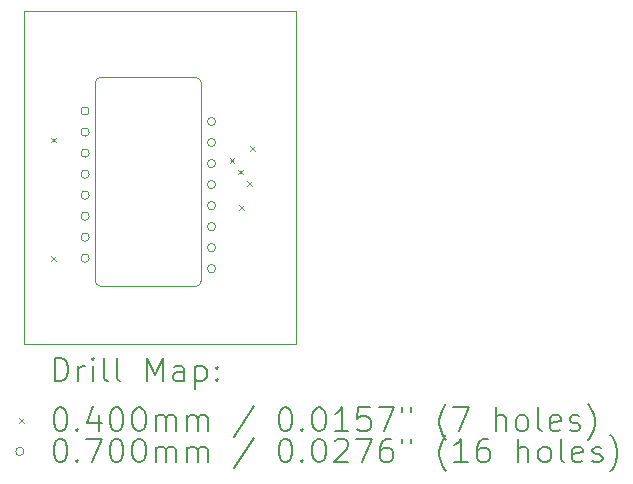
<source format=gbr>
%TF.GenerationSoftware,KiCad,Pcbnew,8.0.7*%
%TF.CreationDate,2024-12-23T19:18:15-08:00*%
%TF.ProjectId,PMW3360,504d5733-3336-4302-9e6b-696361645f70,rev?*%
%TF.SameCoordinates,Original*%
%TF.FileFunction,Drillmap*%
%TF.FilePolarity,Positive*%
%FSLAX45Y45*%
G04 Gerber Fmt 4.5, Leading zero omitted, Abs format (unit mm)*
G04 Created by KiCad (PCBNEW 8.0.7) date 2024-12-23 19:18:15*
%MOMM*%
%LPD*%
G01*
G04 APERTURE LIST*
%ADD10C,0.050000*%
%ADD11C,0.200000*%
%ADD12C,0.100000*%
G04 APERTURE END LIST*
D10*
X15350000Y-9790000D02*
X15350000Y-11460000D01*
X15300000Y-11510000D02*
X14500000Y-11510000D01*
X14500000Y-11510000D02*
G75*
G02*
X14450000Y-11460000I0J50000D01*
G01*
X14500000Y-9740000D02*
X15300000Y-9740000D01*
X14450000Y-11460000D02*
X14450000Y-9790000D01*
X15300000Y-9740000D02*
G75*
G02*
X15350000Y-9790000I0J-50000D01*
G01*
X15350000Y-11460000D02*
G75*
G02*
X15300000Y-11510000I-50000J0D01*
G01*
X14450000Y-9790000D02*
G75*
G02*
X14500000Y-9740000I50000J0D01*
G01*
X13850000Y-9181000D02*
X16150000Y-9181000D01*
X16150000Y-12001000D01*
X13850000Y-12001000D01*
X13850000Y-9181000D01*
D11*
D12*
X14080000Y-10251000D02*
X14120000Y-10291000D01*
X14120000Y-10251000D02*
X14080000Y-10291000D01*
X14080000Y-11251000D02*
X14120000Y-11291000D01*
X14120000Y-11251000D02*
X14080000Y-11291000D01*
X15590000Y-10421000D02*
X15630000Y-10461000D01*
X15630000Y-10421000D02*
X15590000Y-10461000D01*
X15660000Y-10521000D02*
X15700000Y-10561000D01*
X15700000Y-10521000D02*
X15660000Y-10561000D01*
X15670000Y-10821000D02*
X15710000Y-10861000D01*
X15710000Y-10821000D02*
X15670000Y-10861000D01*
X15740000Y-10621000D02*
X15780000Y-10661000D01*
X15780000Y-10621000D02*
X15740000Y-10661000D01*
X15760000Y-10321000D02*
X15800000Y-10361000D01*
X15800000Y-10321000D02*
X15760000Y-10361000D01*
X14400000Y-10025000D02*
G75*
G02*
X14330000Y-10025000I-35000J0D01*
G01*
X14330000Y-10025000D02*
G75*
G02*
X14400000Y-10025000I35000J0D01*
G01*
X14400000Y-10203000D02*
G75*
G02*
X14330000Y-10203000I-35000J0D01*
G01*
X14330000Y-10203000D02*
G75*
G02*
X14400000Y-10203000I35000J0D01*
G01*
X14400000Y-10381000D02*
G75*
G02*
X14330000Y-10381000I-35000J0D01*
G01*
X14330000Y-10381000D02*
G75*
G02*
X14400000Y-10381000I35000J0D01*
G01*
X14400000Y-10559000D02*
G75*
G02*
X14330000Y-10559000I-35000J0D01*
G01*
X14330000Y-10559000D02*
G75*
G02*
X14400000Y-10559000I35000J0D01*
G01*
X14400000Y-10737000D02*
G75*
G02*
X14330000Y-10737000I-35000J0D01*
G01*
X14330000Y-10737000D02*
G75*
G02*
X14400000Y-10737000I35000J0D01*
G01*
X14400000Y-10915000D02*
G75*
G02*
X14330000Y-10915000I-35000J0D01*
G01*
X14330000Y-10915000D02*
G75*
G02*
X14400000Y-10915000I35000J0D01*
G01*
X14400000Y-11093000D02*
G75*
G02*
X14330000Y-11093000I-35000J0D01*
G01*
X14330000Y-11093000D02*
G75*
G02*
X14400000Y-11093000I35000J0D01*
G01*
X14400000Y-11271000D02*
G75*
G02*
X14330000Y-11271000I-35000J0D01*
G01*
X14330000Y-11271000D02*
G75*
G02*
X14400000Y-11271000I35000J0D01*
G01*
X15470000Y-10114000D02*
G75*
G02*
X15400000Y-10114000I-35000J0D01*
G01*
X15400000Y-10114000D02*
G75*
G02*
X15470000Y-10114000I35000J0D01*
G01*
X15470000Y-10292000D02*
G75*
G02*
X15400000Y-10292000I-35000J0D01*
G01*
X15400000Y-10292000D02*
G75*
G02*
X15470000Y-10292000I35000J0D01*
G01*
X15470000Y-10470000D02*
G75*
G02*
X15400000Y-10470000I-35000J0D01*
G01*
X15400000Y-10470000D02*
G75*
G02*
X15470000Y-10470000I35000J0D01*
G01*
X15470000Y-10648000D02*
G75*
G02*
X15400000Y-10648000I-35000J0D01*
G01*
X15400000Y-10648000D02*
G75*
G02*
X15470000Y-10648000I35000J0D01*
G01*
X15470000Y-10826000D02*
G75*
G02*
X15400000Y-10826000I-35000J0D01*
G01*
X15400000Y-10826000D02*
G75*
G02*
X15470000Y-10826000I35000J0D01*
G01*
X15470000Y-11004000D02*
G75*
G02*
X15400000Y-11004000I-35000J0D01*
G01*
X15400000Y-11004000D02*
G75*
G02*
X15470000Y-11004000I35000J0D01*
G01*
X15470000Y-11182000D02*
G75*
G02*
X15400000Y-11182000I-35000J0D01*
G01*
X15400000Y-11182000D02*
G75*
G02*
X15470000Y-11182000I35000J0D01*
G01*
X15470000Y-11360000D02*
G75*
G02*
X15400000Y-11360000I-35000J0D01*
G01*
X15400000Y-11360000D02*
G75*
G02*
X15470000Y-11360000I35000J0D01*
G01*
D11*
X14108277Y-12314984D02*
X14108277Y-12114984D01*
X14108277Y-12114984D02*
X14155896Y-12114984D01*
X14155896Y-12114984D02*
X14184467Y-12124508D01*
X14184467Y-12124508D02*
X14203515Y-12143555D01*
X14203515Y-12143555D02*
X14213039Y-12162603D01*
X14213039Y-12162603D02*
X14222562Y-12200698D01*
X14222562Y-12200698D02*
X14222562Y-12229269D01*
X14222562Y-12229269D02*
X14213039Y-12267365D01*
X14213039Y-12267365D02*
X14203515Y-12286412D01*
X14203515Y-12286412D02*
X14184467Y-12305460D01*
X14184467Y-12305460D02*
X14155896Y-12314984D01*
X14155896Y-12314984D02*
X14108277Y-12314984D01*
X14308277Y-12314984D02*
X14308277Y-12181650D01*
X14308277Y-12219746D02*
X14317801Y-12200698D01*
X14317801Y-12200698D02*
X14327324Y-12191174D01*
X14327324Y-12191174D02*
X14346372Y-12181650D01*
X14346372Y-12181650D02*
X14365420Y-12181650D01*
X14432086Y-12314984D02*
X14432086Y-12181650D01*
X14432086Y-12114984D02*
X14422562Y-12124508D01*
X14422562Y-12124508D02*
X14432086Y-12134031D01*
X14432086Y-12134031D02*
X14441610Y-12124508D01*
X14441610Y-12124508D02*
X14432086Y-12114984D01*
X14432086Y-12114984D02*
X14432086Y-12134031D01*
X14555896Y-12314984D02*
X14536848Y-12305460D01*
X14536848Y-12305460D02*
X14527324Y-12286412D01*
X14527324Y-12286412D02*
X14527324Y-12114984D01*
X14660658Y-12314984D02*
X14641610Y-12305460D01*
X14641610Y-12305460D02*
X14632086Y-12286412D01*
X14632086Y-12286412D02*
X14632086Y-12114984D01*
X14889229Y-12314984D02*
X14889229Y-12114984D01*
X14889229Y-12114984D02*
X14955896Y-12257841D01*
X14955896Y-12257841D02*
X15022562Y-12114984D01*
X15022562Y-12114984D02*
X15022562Y-12314984D01*
X15203515Y-12314984D02*
X15203515Y-12210222D01*
X15203515Y-12210222D02*
X15193991Y-12191174D01*
X15193991Y-12191174D02*
X15174943Y-12181650D01*
X15174943Y-12181650D02*
X15136848Y-12181650D01*
X15136848Y-12181650D02*
X15117801Y-12191174D01*
X15203515Y-12305460D02*
X15184467Y-12314984D01*
X15184467Y-12314984D02*
X15136848Y-12314984D01*
X15136848Y-12314984D02*
X15117801Y-12305460D01*
X15117801Y-12305460D02*
X15108277Y-12286412D01*
X15108277Y-12286412D02*
X15108277Y-12267365D01*
X15108277Y-12267365D02*
X15117801Y-12248317D01*
X15117801Y-12248317D02*
X15136848Y-12238793D01*
X15136848Y-12238793D02*
X15184467Y-12238793D01*
X15184467Y-12238793D02*
X15203515Y-12229269D01*
X15298753Y-12181650D02*
X15298753Y-12381650D01*
X15298753Y-12191174D02*
X15317801Y-12181650D01*
X15317801Y-12181650D02*
X15355896Y-12181650D01*
X15355896Y-12181650D02*
X15374943Y-12191174D01*
X15374943Y-12191174D02*
X15384467Y-12200698D01*
X15384467Y-12200698D02*
X15393991Y-12219746D01*
X15393991Y-12219746D02*
X15393991Y-12276888D01*
X15393991Y-12276888D02*
X15384467Y-12295936D01*
X15384467Y-12295936D02*
X15374943Y-12305460D01*
X15374943Y-12305460D02*
X15355896Y-12314984D01*
X15355896Y-12314984D02*
X15317801Y-12314984D01*
X15317801Y-12314984D02*
X15298753Y-12305460D01*
X15479705Y-12295936D02*
X15489229Y-12305460D01*
X15489229Y-12305460D02*
X15479705Y-12314984D01*
X15479705Y-12314984D02*
X15470182Y-12305460D01*
X15470182Y-12305460D02*
X15479705Y-12295936D01*
X15479705Y-12295936D02*
X15479705Y-12314984D01*
X15479705Y-12191174D02*
X15489229Y-12200698D01*
X15489229Y-12200698D02*
X15479705Y-12210222D01*
X15479705Y-12210222D02*
X15470182Y-12200698D01*
X15470182Y-12200698D02*
X15479705Y-12191174D01*
X15479705Y-12191174D02*
X15479705Y-12210222D01*
D12*
X13807500Y-12623500D02*
X13847500Y-12663500D01*
X13847500Y-12623500D02*
X13807500Y-12663500D01*
D11*
X14146372Y-12534984D02*
X14165420Y-12534984D01*
X14165420Y-12534984D02*
X14184467Y-12544508D01*
X14184467Y-12544508D02*
X14193991Y-12554031D01*
X14193991Y-12554031D02*
X14203515Y-12573079D01*
X14203515Y-12573079D02*
X14213039Y-12611174D01*
X14213039Y-12611174D02*
X14213039Y-12658793D01*
X14213039Y-12658793D02*
X14203515Y-12696888D01*
X14203515Y-12696888D02*
X14193991Y-12715936D01*
X14193991Y-12715936D02*
X14184467Y-12725460D01*
X14184467Y-12725460D02*
X14165420Y-12734984D01*
X14165420Y-12734984D02*
X14146372Y-12734984D01*
X14146372Y-12734984D02*
X14127324Y-12725460D01*
X14127324Y-12725460D02*
X14117801Y-12715936D01*
X14117801Y-12715936D02*
X14108277Y-12696888D01*
X14108277Y-12696888D02*
X14098753Y-12658793D01*
X14098753Y-12658793D02*
X14098753Y-12611174D01*
X14098753Y-12611174D02*
X14108277Y-12573079D01*
X14108277Y-12573079D02*
X14117801Y-12554031D01*
X14117801Y-12554031D02*
X14127324Y-12544508D01*
X14127324Y-12544508D02*
X14146372Y-12534984D01*
X14298753Y-12715936D02*
X14308277Y-12725460D01*
X14308277Y-12725460D02*
X14298753Y-12734984D01*
X14298753Y-12734984D02*
X14289229Y-12725460D01*
X14289229Y-12725460D02*
X14298753Y-12715936D01*
X14298753Y-12715936D02*
X14298753Y-12734984D01*
X14479705Y-12601650D02*
X14479705Y-12734984D01*
X14432086Y-12525460D02*
X14384467Y-12668317D01*
X14384467Y-12668317D02*
X14508277Y-12668317D01*
X14622562Y-12534984D02*
X14641610Y-12534984D01*
X14641610Y-12534984D02*
X14660658Y-12544508D01*
X14660658Y-12544508D02*
X14670182Y-12554031D01*
X14670182Y-12554031D02*
X14679705Y-12573079D01*
X14679705Y-12573079D02*
X14689229Y-12611174D01*
X14689229Y-12611174D02*
X14689229Y-12658793D01*
X14689229Y-12658793D02*
X14679705Y-12696888D01*
X14679705Y-12696888D02*
X14670182Y-12715936D01*
X14670182Y-12715936D02*
X14660658Y-12725460D01*
X14660658Y-12725460D02*
X14641610Y-12734984D01*
X14641610Y-12734984D02*
X14622562Y-12734984D01*
X14622562Y-12734984D02*
X14603515Y-12725460D01*
X14603515Y-12725460D02*
X14593991Y-12715936D01*
X14593991Y-12715936D02*
X14584467Y-12696888D01*
X14584467Y-12696888D02*
X14574943Y-12658793D01*
X14574943Y-12658793D02*
X14574943Y-12611174D01*
X14574943Y-12611174D02*
X14584467Y-12573079D01*
X14584467Y-12573079D02*
X14593991Y-12554031D01*
X14593991Y-12554031D02*
X14603515Y-12544508D01*
X14603515Y-12544508D02*
X14622562Y-12534984D01*
X14813039Y-12534984D02*
X14832086Y-12534984D01*
X14832086Y-12534984D02*
X14851134Y-12544508D01*
X14851134Y-12544508D02*
X14860658Y-12554031D01*
X14860658Y-12554031D02*
X14870182Y-12573079D01*
X14870182Y-12573079D02*
X14879705Y-12611174D01*
X14879705Y-12611174D02*
X14879705Y-12658793D01*
X14879705Y-12658793D02*
X14870182Y-12696888D01*
X14870182Y-12696888D02*
X14860658Y-12715936D01*
X14860658Y-12715936D02*
X14851134Y-12725460D01*
X14851134Y-12725460D02*
X14832086Y-12734984D01*
X14832086Y-12734984D02*
X14813039Y-12734984D01*
X14813039Y-12734984D02*
X14793991Y-12725460D01*
X14793991Y-12725460D02*
X14784467Y-12715936D01*
X14784467Y-12715936D02*
X14774943Y-12696888D01*
X14774943Y-12696888D02*
X14765420Y-12658793D01*
X14765420Y-12658793D02*
X14765420Y-12611174D01*
X14765420Y-12611174D02*
X14774943Y-12573079D01*
X14774943Y-12573079D02*
X14784467Y-12554031D01*
X14784467Y-12554031D02*
X14793991Y-12544508D01*
X14793991Y-12544508D02*
X14813039Y-12534984D01*
X14965420Y-12734984D02*
X14965420Y-12601650D01*
X14965420Y-12620698D02*
X14974943Y-12611174D01*
X14974943Y-12611174D02*
X14993991Y-12601650D01*
X14993991Y-12601650D02*
X15022563Y-12601650D01*
X15022563Y-12601650D02*
X15041610Y-12611174D01*
X15041610Y-12611174D02*
X15051134Y-12630222D01*
X15051134Y-12630222D02*
X15051134Y-12734984D01*
X15051134Y-12630222D02*
X15060658Y-12611174D01*
X15060658Y-12611174D02*
X15079705Y-12601650D01*
X15079705Y-12601650D02*
X15108277Y-12601650D01*
X15108277Y-12601650D02*
X15127324Y-12611174D01*
X15127324Y-12611174D02*
X15136848Y-12630222D01*
X15136848Y-12630222D02*
X15136848Y-12734984D01*
X15232086Y-12734984D02*
X15232086Y-12601650D01*
X15232086Y-12620698D02*
X15241610Y-12611174D01*
X15241610Y-12611174D02*
X15260658Y-12601650D01*
X15260658Y-12601650D02*
X15289229Y-12601650D01*
X15289229Y-12601650D02*
X15308277Y-12611174D01*
X15308277Y-12611174D02*
X15317801Y-12630222D01*
X15317801Y-12630222D02*
X15317801Y-12734984D01*
X15317801Y-12630222D02*
X15327324Y-12611174D01*
X15327324Y-12611174D02*
X15346372Y-12601650D01*
X15346372Y-12601650D02*
X15374943Y-12601650D01*
X15374943Y-12601650D02*
X15393991Y-12611174D01*
X15393991Y-12611174D02*
X15403515Y-12630222D01*
X15403515Y-12630222D02*
X15403515Y-12734984D01*
X15793991Y-12525460D02*
X15622563Y-12782603D01*
X16051134Y-12534984D02*
X16070182Y-12534984D01*
X16070182Y-12534984D02*
X16089229Y-12544508D01*
X16089229Y-12544508D02*
X16098753Y-12554031D01*
X16098753Y-12554031D02*
X16108277Y-12573079D01*
X16108277Y-12573079D02*
X16117801Y-12611174D01*
X16117801Y-12611174D02*
X16117801Y-12658793D01*
X16117801Y-12658793D02*
X16108277Y-12696888D01*
X16108277Y-12696888D02*
X16098753Y-12715936D01*
X16098753Y-12715936D02*
X16089229Y-12725460D01*
X16089229Y-12725460D02*
X16070182Y-12734984D01*
X16070182Y-12734984D02*
X16051134Y-12734984D01*
X16051134Y-12734984D02*
X16032086Y-12725460D01*
X16032086Y-12725460D02*
X16022563Y-12715936D01*
X16022563Y-12715936D02*
X16013039Y-12696888D01*
X16013039Y-12696888D02*
X16003515Y-12658793D01*
X16003515Y-12658793D02*
X16003515Y-12611174D01*
X16003515Y-12611174D02*
X16013039Y-12573079D01*
X16013039Y-12573079D02*
X16022563Y-12554031D01*
X16022563Y-12554031D02*
X16032086Y-12544508D01*
X16032086Y-12544508D02*
X16051134Y-12534984D01*
X16203515Y-12715936D02*
X16213039Y-12725460D01*
X16213039Y-12725460D02*
X16203515Y-12734984D01*
X16203515Y-12734984D02*
X16193991Y-12725460D01*
X16193991Y-12725460D02*
X16203515Y-12715936D01*
X16203515Y-12715936D02*
X16203515Y-12734984D01*
X16336848Y-12534984D02*
X16355896Y-12534984D01*
X16355896Y-12534984D02*
X16374944Y-12544508D01*
X16374944Y-12544508D02*
X16384467Y-12554031D01*
X16384467Y-12554031D02*
X16393991Y-12573079D01*
X16393991Y-12573079D02*
X16403515Y-12611174D01*
X16403515Y-12611174D02*
X16403515Y-12658793D01*
X16403515Y-12658793D02*
X16393991Y-12696888D01*
X16393991Y-12696888D02*
X16384467Y-12715936D01*
X16384467Y-12715936D02*
X16374944Y-12725460D01*
X16374944Y-12725460D02*
X16355896Y-12734984D01*
X16355896Y-12734984D02*
X16336848Y-12734984D01*
X16336848Y-12734984D02*
X16317801Y-12725460D01*
X16317801Y-12725460D02*
X16308277Y-12715936D01*
X16308277Y-12715936D02*
X16298753Y-12696888D01*
X16298753Y-12696888D02*
X16289229Y-12658793D01*
X16289229Y-12658793D02*
X16289229Y-12611174D01*
X16289229Y-12611174D02*
X16298753Y-12573079D01*
X16298753Y-12573079D02*
X16308277Y-12554031D01*
X16308277Y-12554031D02*
X16317801Y-12544508D01*
X16317801Y-12544508D02*
X16336848Y-12534984D01*
X16593991Y-12734984D02*
X16479706Y-12734984D01*
X16536848Y-12734984D02*
X16536848Y-12534984D01*
X16536848Y-12534984D02*
X16517801Y-12563555D01*
X16517801Y-12563555D02*
X16498753Y-12582603D01*
X16498753Y-12582603D02*
X16479706Y-12592127D01*
X16774944Y-12534984D02*
X16679706Y-12534984D01*
X16679706Y-12534984D02*
X16670182Y-12630222D01*
X16670182Y-12630222D02*
X16679706Y-12620698D01*
X16679706Y-12620698D02*
X16698753Y-12611174D01*
X16698753Y-12611174D02*
X16746372Y-12611174D01*
X16746372Y-12611174D02*
X16765420Y-12620698D01*
X16765420Y-12620698D02*
X16774944Y-12630222D01*
X16774944Y-12630222D02*
X16784468Y-12649269D01*
X16784468Y-12649269D02*
X16784468Y-12696888D01*
X16784468Y-12696888D02*
X16774944Y-12715936D01*
X16774944Y-12715936D02*
X16765420Y-12725460D01*
X16765420Y-12725460D02*
X16746372Y-12734984D01*
X16746372Y-12734984D02*
X16698753Y-12734984D01*
X16698753Y-12734984D02*
X16679706Y-12725460D01*
X16679706Y-12725460D02*
X16670182Y-12715936D01*
X16851134Y-12534984D02*
X16984468Y-12534984D01*
X16984468Y-12534984D02*
X16898753Y-12734984D01*
X17051134Y-12534984D02*
X17051134Y-12573079D01*
X17127325Y-12534984D02*
X17127325Y-12573079D01*
X17422563Y-12811174D02*
X17413039Y-12801650D01*
X17413039Y-12801650D02*
X17393991Y-12773079D01*
X17393991Y-12773079D02*
X17384468Y-12754031D01*
X17384468Y-12754031D02*
X17374944Y-12725460D01*
X17374944Y-12725460D02*
X17365420Y-12677841D01*
X17365420Y-12677841D02*
X17365420Y-12639746D01*
X17365420Y-12639746D02*
X17374944Y-12592127D01*
X17374944Y-12592127D02*
X17384468Y-12563555D01*
X17384468Y-12563555D02*
X17393991Y-12544508D01*
X17393991Y-12544508D02*
X17413039Y-12515936D01*
X17413039Y-12515936D02*
X17422563Y-12506412D01*
X17479706Y-12534984D02*
X17613039Y-12534984D01*
X17613039Y-12534984D02*
X17527325Y-12734984D01*
X17841611Y-12734984D02*
X17841611Y-12534984D01*
X17927325Y-12734984D02*
X17927325Y-12630222D01*
X17927325Y-12630222D02*
X17917801Y-12611174D01*
X17917801Y-12611174D02*
X17898753Y-12601650D01*
X17898753Y-12601650D02*
X17870182Y-12601650D01*
X17870182Y-12601650D02*
X17851134Y-12611174D01*
X17851134Y-12611174D02*
X17841611Y-12620698D01*
X18051134Y-12734984D02*
X18032087Y-12725460D01*
X18032087Y-12725460D02*
X18022563Y-12715936D01*
X18022563Y-12715936D02*
X18013039Y-12696888D01*
X18013039Y-12696888D02*
X18013039Y-12639746D01*
X18013039Y-12639746D02*
X18022563Y-12620698D01*
X18022563Y-12620698D02*
X18032087Y-12611174D01*
X18032087Y-12611174D02*
X18051134Y-12601650D01*
X18051134Y-12601650D02*
X18079706Y-12601650D01*
X18079706Y-12601650D02*
X18098753Y-12611174D01*
X18098753Y-12611174D02*
X18108277Y-12620698D01*
X18108277Y-12620698D02*
X18117801Y-12639746D01*
X18117801Y-12639746D02*
X18117801Y-12696888D01*
X18117801Y-12696888D02*
X18108277Y-12715936D01*
X18108277Y-12715936D02*
X18098753Y-12725460D01*
X18098753Y-12725460D02*
X18079706Y-12734984D01*
X18079706Y-12734984D02*
X18051134Y-12734984D01*
X18232087Y-12734984D02*
X18213039Y-12725460D01*
X18213039Y-12725460D02*
X18203515Y-12706412D01*
X18203515Y-12706412D02*
X18203515Y-12534984D01*
X18384468Y-12725460D02*
X18365420Y-12734984D01*
X18365420Y-12734984D02*
X18327325Y-12734984D01*
X18327325Y-12734984D02*
X18308277Y-12725460D01*
X18308277Y-12725460D02*
X18298753Y-12706412D01*
X18298753Y-12706412D02*
X18298753Y-12630222D01*
X18298753Y-12630222D02*
X18308277Y-12611174D01*
X18308277Y-12611174D02*
X18327325Y-12601650D01*
X18327325Y-12601650D02*
X18365420Y-12601650D01*
X18365420Y-12601650D02*
X18384468Y-12611174D01*
X18384468Y-12611174D02*
X18393992Y-12630222D01*
X18393992Y-12630222D02*
X18393992Y-12649269D01*
X18393992Y-12649269D02*
X18298753Y-12668317D01*
X18470182Y-12725460D02*
X18489230Y-12734984D01*
X18489230Y-12734984D02*
X18527325Y-12734984D01*
X18527325Y-12734984D02*
X18546373Y-12725460D01*
X18546373Y-12725460D02*
X18555896Y-12706412D01*
X18555896Y-12706412D02*
X18555896Y-12696888D01*
X18555896Y-12696888D02*
X18546373Y-12677841D01*
X18546373Y-12677841D02*
X18527325Y-12668317D01*
X18527325Y-12668317D02*
X18498753Y-12668317D01*
X18498753Y-12668317D02*
X18479706Y-12658793D01*
X18479706Y-12658793D02*
X18470182Y-12639746D01*
X18470182Y-12639746D02*
X18470182Y-12630222D01*
X18470182Y-12630222D02*
X18479706Y-12611174D01*
X18479706Y-12611174D02*
X18498753Y-12601650D01*
X18498753Y-12601650D02*
X18527325Y-12601650D01*
X18527325Y-12601650D02*
X18546373Y-12611174D01*
X18622563Y-12811174D02*
X18632087Y-12801650D01*
X18632087Y-12801650D02*
X18651134Y-12773079D01*
X18651134Y-12773079D02*
X18660658Y-12754031D01*
X18660658Y-12754031D02*
X18670182Y-12725460D01*
X18670182Y-12725460D02*
X18679706Y-12677841D01*
X18679706Y-12677841D02*
X18679706Y-12639746D01*
X18679706Y-12639746D02*
X18670182Y-12592127D01*
X18670182Y-12592127D02*
X18660658Y-12563555D01*
X18660658Y-12563555D02*
X18651134Y-12544508D01*
X18651134Y-12544508D02*
X18632087Y-12515936D01*
X18632087Y-12515936D02*
X18622563Y-12506412D01*
D12*
X13847500Y-12907500D02*
G75*
G02*
X13777500Y-12907500I-35000J0D01*
G01*
X13777500Y-12907500D02*
G75*
G02*
X13847500Y-12907500I35000J0D01*
G01*
D11*
X14146372Y-12798984D02*
X14165420Y-12798984D01*
X14165420Y-12798984D02*
X14184467Y-12808508D01*
X14184467Y-12808508D02*
X14193991Y-12818031D01*
X14193991Y-12818031D02*
X14203515Y-12837079D01*
X14203515Y-12837079D02*
X14213039Y-12875174D01*
X14213039Y-12875174D02*
X14213039Y-12922793D01*
X14213039Y-12922793D02*
X14203515Y-12960888D01*
X14203515Y-12960888D02*
X14193991Y-12979936D01*
X14193991Y-12979936D02*
X14184467Y-12989460D01*
X14184467Y-12989460D02*
X14165420Y-12998984D01*
X14165420Y-12998984D02*
X14146372Y-12998984D01*
X14146372Y-12998984D02*
X14127324Y-12989460D01*
X14127324Y-12989460D02*
X14117801Y-12979936D01*
X14117801Y-12979936D02*
X14108277Y-12960888D01*
X14108277Y-12960888D02*
X14098753Y-12922793D01*
X14098753Y-12922793D02*
X14098753Y-12875174D01*
X14098753Y-12875174D02*
X14108277Y-12837079D01*
X14108277Y-12837079D02*
X14117801Y-12818031D01*
X14117801Y-12818031D02*
X14127324Y-12808508D01*
X14127324Y-12808508D02*
X14146372Y-12798984D01*
X14298753Y-12979936D02*
X14308277Y-12989460D01*
X14308277Y-12989460D02*
X14298753Y-12998984D01*
X14298753Y-12998984D02*
X14289229Y-12989460D01*
X14289229Y-12989460D02*
X14298753Y-12979936D01*
X14298753Y-12979936D02*
X14298753Y-12998984D01*
X14374943Y-12798984D02*
X14508277Y-12798984D01*
X14508277Y-12798984D02*
X14422562Y-12998984D01*
X14622562Y-12798984D02*
X14641610Y-12798984D01*
X14641610Y-12798984D02*
X14660658Y-12808508D01*
X14660658Y-12808508D02*
X14670182Y-12818031D01*
X14670182Y-12818031D02*
X14679705Y-12837079D01*
X14679705Y-12837079D02*
X14689229Y-12875174D01*
X14689229Y-12875174D02*
X14689229Y-12922793D01*
X14689229Y-12922793D02*
X14679705Y-12960888D01*
X14679705Y-12960888D02*
X14670182Y-12979936D01*
X14670182Y-12979936D02*
X14660658Y-12989460D01*
X14660658Y-12989460D02*
X14641610Y-12998984D01*
X14641610Y-12998984D02*
X14622562Y-12998984D01*
X14622562Y-12998984D02*
X14603515Y-12989460D01*
X14603515Y-12989460D02*
X14593991Y-12979936D01*
X14593991Y-12979936D02*
X14584467Y-12960888D01*
X14584467Y-12960888D02*
X14574943Y-12922793D01*
X14574943Y-12922793D02*
X14574943Y-12875174D01*
X14574943Y-12875174D02*
X14584467Y-12837079D01*
X14584467Y-12837079D02*
X14593991Y-12818031D01*
X14593991Y-12818031D02*
X14603515Y-12808508D01*
X14603515Y-12808508D02*
X14622562Y-12798984D01*
X14813039Y-12798984D02*
X14832086Y-12798984D01*
X14832086Y-12798984D02*
X14851134Y-12808508D01*
X14851134Y-12808508D02*
X14860658Y-12818031D01*
X14860658Y-12818031D02*
X14870182Y-12837079D01*
X14870182Y-12837079D02*
X14879705Y-12875174D01*
X14879705Y-12875174D02*
X14879705Y-12922793D01*
X14879705Y-12922793D02*
X14870182Y-12960888D01*
X14870182Y-12960888D02*
X14860658Y-12979936D01*
X14860658Y-12979936D02*
X14851134Y-12989460D01*
X14851134Y-12989460D02*
X14832086Y-12998984D01*
X14832086Y-12998984D02*
X14813039Y-12998984D01*
X14813039Y-12998984D02*
X14793991Y-12989460D01*
X14793991Y-12989460D02*
X14784467Y-12979936D01*
X14784467Y-12979936D02*
X14774943Y-12960888D01*
X14774943Y-12960888D02*
X14765420Y-12922793D01*
X14765420Y-12922793D02*
X14765420Y-12875174D01*
X14765420Y-12875174D02*
X14774943Y-12837079D01*
X14774943Y-12837079D02*
X14784467Y-12818031D01*
X14784467Y-12818031D02*
X14793991Y-12808508D01*
X14793991Y-12808508D02*
X14813039Y-12798984D01*
X14965420Y-12998984D02*
X14965420Y-12865650D01*
X14965420Y-12884698D02*
X14974943Y-12875174D01*
X14974943Y-12875174D02*
X14993991Y-12865650D01*
X14993991Y-12865650D02*
X15022563Y-12865650D01*
X15022563Y-12865650D02*
X15041610Y-12875174D01*
X15041610Y-12875174D02*
X15051134Y-12894222D01*
X15051134Y-12894222D02*
X15051134Y-12998984D01*
X15051134Y-12894222D02*
X15060658Y-12875174D01*
X15060658Y-12875174D02*
X15079705Y-12865650D01*
X15079705Y-12865650D02*
X15108277Y-12865650D01*
X15108277Y-12865650D02*
X15127324Y-12875174D01*
X15127324Y-12875174D02*
X15136848Y-12894222D01*
X15136848Y-12894222D02*
X15136848Y-12998984D01*
X15232086Y-12998984D02*
X15232086Y-12865650D01*
X15232086Y-12884698D02*
X15241610Y-12875174D01*
X15241610Y-12875174D02*
X15260658Y-12865650D01*
X15260658Y-12865650D02*
X15289229Y-12865650D01*
X15289229Y-12865650D02*
X15308277Y-12875174D01*
X15308277Y-12875174D02*
X15317801Y-12894222D01*
X15317801Y-12894222D02*
X15317801Y-12998984D01*
X15317801Y-12894222D02*
X15327324Y-12875174D01*
X15327324Y-12875174D02*
X15346372Y-12865650D01*
X15346372Y-12865650D02*
X15374943Y-12865650D01*
X15374943Y-12865650D02*
X15393991Y-12875174D01*
X15393991Y-12875174D02*
X15403515Y-12894222D01*
X15403515Y-12894222D02*
X15403515Y-12998984D01*
X15793991Y-12789460D02*
X15622563Y-13046603D01*
X16051134Y-12798984D02*
X16070182Y-12798984D01*
X16070182Y-12798984D02*
X16089229Y-12808508D01*
X16089229Y-12808508D02*
X16098753Y-12818031D01*
X16098753Y-12818031D02*
X16108277Y-12837079D01*
X16108277Y-12837079D02*
X16117801Y-12875174D01*
X16117801Y-12875174D02*
X16117801Y-12922793D01*
X16117801Y-12922793D02*
X16108277Y-12960888D01*
X16108277Y-12960888D02*
X16098753Y-12979936D01*
X16098753Y-12979936D02*
X16089229Y-12989460D01*
X16089229Y-12989460D02*
X16070182Y-12998984D01*
X16070182Y-12998984D02*
X16051134Y-12998984D01*
X16051134Y-12998984D02*
X16032086Y-12989460D01*
X16032086Y-12989460D02*
X16022563Y-12979936D01*
X16022563Y-12979936D02*
X16013039Y-12960888D01*
X16013039Y-12960888D02*
X16003515Y-12922793D01*
X16003515Y-12922793D02*
X16003515Y-12875174D01*
X16003515Y-12875174D02*
X16013039Y-12837079D01*
X16013039Y-12837079D02*
X16022563Y-12818031D01*
X16022563Y-12818031D02*
X16032086Y-12808508D01*
X16032086Y-12808508D02*
X16051134Y-12798984D01*
X16203515Y-12979936D02*
X16213039Y-12989460D01*
X16213039Y-12989460D02*
X16203515Y-12998984D01*
X16203515Y-12998984D02*
X16193991Y-12989460D01*
X16193991Y-12989460D02*
X16203515Y-12979936D01*
X16203515Y-12979936D02*
X16203515Y-12998984D01*
X16336848Y-12798984D02*
X16355896Y-12798984D01*
X16355896Y-12798984D02*
X16374944Y-12808508D01*
X16374944Y-12808508D02*
X16384467Y-12818031D01*
X16384467Y-12818031D02*
X16393991Y-12837079D01*
X16393991Y-12837079D02*
X16403515Y-12875174D01*
X16403515Y-12875174D02*
X16403515Y-12922793D01*
X16403515Y-12922793D02*
X16393991Y-12960888D01*
X16393991Y-12960888D02*
X16384467Y-12979936D01*
X16384467Y-12979936D02*
X16374944Y-12989460D01*
X16374944Y-12989460D02*
X16355896Y-12998984D01*
X16355896Y-12998984D02*
X16336848Y-12998984D01*
X16336848Y-12998984D02*
X16317801Y-12989460D01*
X16317801Y-12989460D02*
X16308277Y-12979936D01*
X16308277Y-12979936D02*
X16298753Y-12960888D01*
X16298753Y-12960888D02*
X16289229Y-12922793D01*
X16289229Y-12922793D02*
X16289229Y-12875174D01*
X16289229Y-12875174D02*
X16298753Y-12837079D01*
X16298753Y-12837079D02*
X16308277Y-12818031D01*
X16308277Y-12818031D02*
X16317801Y-12808508D01*
X16317801Y-12808508D02*
X16336848Y-12798984D01*
X16479706Y-12818031D02*
X16489229Y-12808508D01*
X16489229Y-12808508D02*
X16508277Y-12798984D01*
X16508277Y-12798984D02*
X16555896Y-12798984D01*
X16555896Y-12798984D02*
X16574944Y-12808508D01*
X16574944Y-12808508D02*
X16584467Y-12818031D01*
X16584467Y-12818031D02*
X16593991Y-12837079D01*
X16593991Y-12837079D02*
X16593991Y-12856127D01*
X16593991Y-12856127D02*
X16584467Y-12884698D01*
X16584467Y-12884698D02*
X16470182Y-12998984D01*
X16470182Y-12998984D02*
X16593991Y-12998984D01*
X16660658Y-12798984D02*
X16793991Y-12798984D01*
X16793991Y-12798984D02*
X16708277Y-12998984D01*
X16955896Y-12798984D02*
X16917801Y-12798984D01*
X16917801Y-12798984D02*
X16898753Y-12808508D01*
X16898753Y-12808508D02*
X16889229Y-12818031D01*
X16889229Y-12818031D02*
X16870182Y-12846603D01*
X16870182Y-12846603D02*
X16860658Y-12884698D01*
X16860658Y-12884698D02*
X16860658Y-12960888D01*
X16860658Y-12960888D02*
X16870182Y-12979936D01*
X16870182Y-12979936D02*
X16879706Y-12989460D01*
X16879706Y-12989460D02*
X16898753Y-12998984D01*
X16898753Y-12998984D02*
X16936849Y-12998984D01*
X16936849Y-12998984D02*
X16955896Y-12989460D01*
X16955896Y-12989460D02*
X16965420Y-12979936D01*
X16965420Y-12979936D02*
X16974944Y-12960888D01*
X16974944Y-12960888D02*
X16974944Y-12913269D01*
X16974944Y-12913269D02*
X16965420Y-12894222D01*
X16965420Y-12894222D02*
X16955896Y-12884698D01*
X16955896Y-12884698D02*
X16936849Y-12875174D01*
X16936849Y-12875174D02*
X16898753Y-12875174D01*
X16898753Y-12875174D02*
X16879706Y-12884698D01*
X16879706Y-12884698D02*
X16870182Y-12894222D01*
X16870182Y-12894222D02*
X16860658Y-12913269D01*
X17051134Y-12798984D02*
X17051134Y-12837079D01*
X17127325Y-12798984D02*
X17127325Y-12837079D01*
X17422563Y-13075174D02*
X17413039Y-13065650D01*
X17413039Y-13065650D02*
X17393991Y-13037079D01*
X17393991Y-13037079D02*
X17384468Y-13018031D01*
X17384468Y-13018031D02*
X17374944Y-12989460D01*
X17374944Y-12989460D02*
X17365420Y-12941841D01*
X17365420Y-12941841D02*
X17365420Y-12903746D01*
X17365420Y-12903746D02*
X17374944Y-12856127D01*
X17374944Y-12856127D02*
X17384468Y-12827555D01*
X17384468Y-12827555D02*
X17393991Y-12808508D01*
X17393991Y-12808508D02*
X17413039Y-12779936D01*
X17413039Y-12779936D02*
X17422563Y-12770412D01*
X17603515Y-12998984D02*
X17489230Y-12998984D01*
X17546372Y-12998984D02*
X17546372Y-12798984D01*
X17546372Y-12798984D02*
X17527325Y-12827555D01*
X17527325Y-12827555D02*
X17508277Y-12846603D01*
X17508277Y-12846603D02*
X17489230Y-12856127D01*
X17774944Y-12798984D02*
X17736849Y-12798984D01*
X17736849Y-12798984D02*
X17717801Y-12808508D01*
X17717801Y-12808508D02*
X17708277Y-12818031D01*
X17708277Y-12818031D02*
X17689230Y-12846603D01*
X17689230Y-12846603D02*
X17679706Y-12884698D01*
X17679706Y-12884698D02*
X17679706Y-12960888D01*
X17679706Y-12960888D02*
X17689230Y-12979936D01*
X17689230Y-12979936D02*
X17698753Y-12989460D01*
X17698753Y-12989460D02*
X17717801Y-12998984D01*
X17717801Y-12998984D02*
X17755896Y-12998984D01*
X17755896Y-12998984D02*
X17774944Y-12989460D01*
X17774944Y-12989460D02*
X17784468Y-12979936D01*
X17784468Y-12979936D02*
X17793991Y-12960888D01*
X17793991Y-12960888D02*
X17793991Y-12913269D01*
X17793991Y-12913269D02*
X17784468Y-12894222D01*
X17784468Y-12894222D02*
X17774944Y-12884698D01*
X17774944Y-12884698D02*
X17755896Y-12875174D01*
X17755896Y-12875174D02*
X17717801Y-12875174D01*
X17717801Y-12875174D02*
X17698753Y-12884698D01*
X17698753Y-12884698D02*
X17689230Y-12894222D01*
X17689230Y-12894222D02*
X17679706Y-12913269D01*
X18032087Y-12998984D02*
X18032087Y-12798984D01*
X18117801Y-12998984D02*
X18117801Y-12894222D01*
X18117801Y-12894222D02*
X18108277Y-12875174D01*
X18108277Y-12875174D02*
X18089230Y-12865650D01*
X18089230Y-12865650D02*
X18060658Y-12865650D01*
X18060658Y-12865650D02*
X18041611Y-12875174D01*
X18041611Y-12875174D02*
X18032087Y-12884698D01*
X18241611Y-12998984D02*
X18222563Y-12989460D01*
X18222563Y-12989460D02*
X18213039Y-12979936D01*
X18213039Y-12979936D02*
X18203515Y-12960888D01*
X18203515Y-12960888D02*
X18203515Y-12903746D01*
X18203515Y-12903746D02*
X18213039Y-12884698D01*
X18213039Y-12884698D02*
X18222563Y-12875174D01*
X18222563Y-12875174D02*
X18241611Y-12865650D01*
X18241611Y-12865650D02*
X18270182Y-12865650D01*
X18270182Y-12865650D02*
X18289230Y-12875174D01*
X18289230Y-12875174D02*
X18298753Y-12884698D01*
X18298753Y-12884698D02*
X18308277Y-12903746D01*
X18308277Y-12903746D02*
X18308277Y-12960888D01*
X18308277Y-12960888D02*
X18298753Y-12979936D01*
X18298753Y-12979936D02*
X18289230Y-12989460D01*
X18289230Y-12989460D02*
X18270182Y-12998984D01*
X18270182Y-12998984D02*
X18241611Y-12998984D01*
X18422563Y-12998984D02*
X18403515Y-12989460D01*
X18403515Y-12989460D02*
X18393992Y-12970412D01*
X18393992Y-12970412D02*
X18393992Y-12798984D01*
X18574944Y-12989460D02*
X18555896Y-12998984D01*
X18555896Y-12998984D02*
X18517801Y-12998984D01*
X18517801Y-12998984D02*
X18498753Y-12989460D01*
X18498753Y-12989460D02*
X18489230Y-12970412D01*
X18489230Y-12970412D02*
X18489230Y-12894222D01*
X18489230Y-12894222D02*
X18498753Y-12875174D01*
X18498753Y-12875174D02*
X18517801Y-12865650D01*
X18517801Y-12865650D02*
X18555896Y-12865650D01*
X18555896Y-12865650D02*
X18574944Y-12875174D01*
X18574944Y-12875174D02*
X18584468Y-12894222D01*
X18584468Y-12894222D02*
X18584468Y-12913269D01*
X18584468Y-12913269D02*
X18489230Y-12932317D01*
X18660658Y-12989460D02*
X18679706Y-12998984D01*
X18679706Y-12998984D02*
X18717801Y-12998984D01*
X18717801Y-12998984D02*
X18736849Y-12989460D01*
X18736849Y-12989460D02*
X18746373Y-12970412D01*
X18746373Y-12970412D02*
X18746373Y-12960888D01*
X18746373Y-12960888D02*
X18736849Y-12941841D01*
X18736849Y-12941841D02*
X18717801Y-12932317D01*
X18717801Y-12932317D02*
X18689230Y-12932317D01*
X18689230Y-12932317D02*
X18670182Y-12922793D01*
X18670182Y-12922793D02*
X18660658Y-12903746D01*
X18660658Y-12903746D02*
X18660658Y-12894222D01*
X18660658Y-12894222D02*
X18670182Y-12875174D01*
X18670182Y-12875174D02*
X18689230Y-12865650D01*
X18689230Y-12865650D02*
X18717801Y-12865650D01*
X18717801Y-12865650D02*
X18736849Y-12875174D01*
X18813039Y-13075174D02*
X18822563Y-13065650D01*
X18822563Y-13065650D02*
X18841611Y-13037079D01*
X18841611Y-13037079D02*
X18851134Y-13018031D01*
X18851134Y-13018031D02*
X18860658Y-12989460D01*
X18860658Y-12989460D02*
X18870182Y-12941841D01*
X18870182Y-12941841D02*
X18870182Y-12903746D01*
X18870182Y-12903746D02*
X18860658Y-12856127D01*
X18860658Y-12856127D02*
X18851134Y-12827555D01*
X18851134Y-12827555D02*
X18841611Y-12808508D01*
X18841611Y-12808508D02*
X18822563Y-12779936D01*
X18822563Y-12779936D02*
X18813039Y-12770412D01*
M02*

</source>
